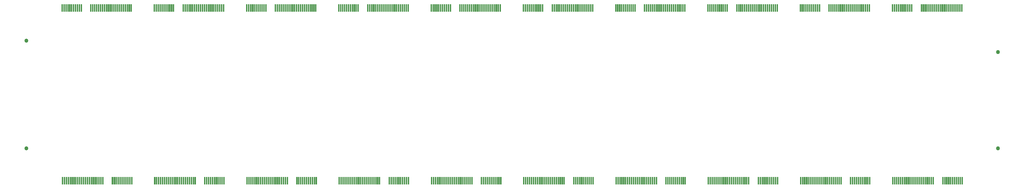
<source format=gbr>
*
%FSLAX24Y24*%
%MOIN*%
%ADD10R,0.013780X0.013780*%
%ADD11C,0.079921*%
%ADD12C,0.040551*%
%IPPOS*%
%LNm386940-gbp.GBR*%
%LPD*%
G54D10*
X013681Y000285D02*
Y000915D01*
X013484Y000285D02*
Y000915D01*
X013287Y000285D02*
Y000915D01*
X013090Y000285D02*
Y000915D01*
X012893Y000285D02*
Y000915D01*
X012697Y000285D02*
Y000915D01*
X012500Y000285D02*
Y000915D01*
X012303Y000285D02*
Y000915D01*
X012106Y000285D02*
Y000915D01*
X011909Y000285D02*
Y000915D01*
X011712Y000285D02*
Y000915D01*
X010728Y000285D02*
Y000915D01*
X010531Y000285D02*
Y000915D01*
X010334Y000285D02*
Y000915D01*
X010138Y000285D02*
Y000915D01*
X009942Y000285D02*
Y000915D01*
X009745Y000285D02*
Y000915D01*
X009548Y000285D02*
Y000915D01*
X009351Y000285D02*
Y000915D01*
X009154Y000285D02*
Y000915D01*
X008957Y000285D02*
Y000915D01*
X008761Y000285D02*
Y000915D01*
X008564Y000285D02*
Y000915D01*
X008367Y000285D02*
Y000915D01*
X008170Y000285D02*
Y000915D01*
X007973Y000285D02*
Y000915D01*
X007776Y000285D02*
Y000915D01*
X007579Y000285D02*
Y000915D01*
X007383Y000285D02*
Y000915D01*
X007186Y000285D02*
Y000915D01*
X006989Y000285D02*
Y000915D01*
X006792Y000285D02*
Y000915D01*
X006595Y000285D02*
Y000915D01*
X006555Y018613D02*
Y017983D01*
X006752Y018613D02*
Y017983D01*
X006949Y018613D02*
Y017983D01*
X007146Y018613D02*
Y017983D01*
X007343Y018613D02*
Y017983D01*
X007539Y018613D02*
Y017983D01*
X007736Y018613D02*
Y017983D01*
X007933Y018613D02*
Y017983D01*
X008130Y018613D02*
Y017983D01*
X008327Y018613D02*
Y017983D01*
X008524Y018613D02*
Y017983D01*
X009508Y018613D02*
Y017983D01*
X009705Y018613D02*
Y017983D01*
X009902Y018613D02*
Y017983D01*
X010098Y018613D02*
Y017983D01*
X010294Y018613D02*
Y017983D01*
X010491Y018613D02*
Y017983D01*
X010688Y018613D02*
Y017983D01*
X010885Y018613D02*
Y017983D01*
X011082Y018613D02*
Y017983D01*
X011279Y018613D02*
Y017983D01*
X011475Y018613D02*
Y017983D01*
X011672Y018613D02*
Y017983D01*
X011869Y018613D02*
Y017983D01*
X012066Y018613D02*
Y017983D01*
X012263Y018613D02*
Y017983D01*
X012460Y018613D02*
Y017983D01*
X012657Y018613D02*
Y017983D01*
X012853Y018613D02*
Y017983D01*
X013050Y018613D02*
Y017983D01*
X013247Y018613D02*
Y017983D01*
X013444Y018613D02*
Y017983D01*
X013641Y018613D02*
Y017983D01*
X023130Y000285D02*
Y000915D01*
X022933Y000285D02*
Y000915D01*
X022736Y000285D02*
Y000915D01*
X022539Y000285D02*
Y000915D01*
X022342Y000285D02*
Y000915D01*
X022146Y000285D02*
Y000915D01*
X021949Y000285D02*
Y000915D01*
X021752Y000285D02*
Y000915D01*
X021555Y000285D02*
Y000915D01*
X021358Y000285D02*
Y000915D01*
X021161Y000285D02*
Y000915D01*
X020177Y000285D02*
Y000915D01*
X019980Y000285D02*
Y000915D01*
X019783Y000285D02*
Y000915D01*
X019587Y000285D02*
Y000915D01*
X019391Y000285D02*
Y000915D01*
X019194Y000285D02*
Y000915D01*
X018997Y000285D02*
Y000915D01*
X018800Y000285D02*
Y000915D01*
X018603Y000285D02*
Y000915D01*
X018406Y000285D02*
Y000915D01*
X018210Y000285D02*
Y000915D01*
X018013Y000285D02*
Y000915D01*
X017816Y000285D02*
Y000915D01*
X017619Y000285D02*
Y000915D01*
X017422Y000285D02*
Y000915D01*
X017225Y000285D02*
Y000915D01*
X017028Y000285D02*
Y000915D01*
X016832Y000285D02*
Y000915D01*
X016635Y000285D02*
Y000915D01*
X016438Y000285D02*
Y000915D01*
X016241Y000285D02*
Y000915D01*
X016044Y000285D02*
Y000915D01*
X016004Y018613D02*
Y017983D01*
X016201Y018613D02*
Y017983D01*
X016398Y018613D02*
Y017983D01*
X016595Y018613D02*
Y017983D01*
X016792Y018613D02*
Y017983D01*
X016988Y018613D02*
Y017983D01*
X017185Y018613D02*
Y017983D01*
X017382Y018613D02*
Y017983D01*
X017579Y018613D02*
Y017983D01*
X017776Y018613D02*
Y017983D01*
X017973Y018613D02*
Y017983D01*
X018957Y018613D02*
Y017983D01*
X019154Y018613D02*
Y017983D01*
X019351Y018613D02*
Y017983D01*
X019547Y018613D02*
Y017983D01*
X019743Y018613D02*
Y017983D01*
X019940Y018613D02*
Y017983D01*
X020137Y018613D02*
Y017983D01*
X020334Y018613D02*
Y017983D01*
X020531Y018613D02*
Y017983D01*
X020728Y018613D02*
Y017983D01*
X020924Y018613D02*
Y017983D01*
X021121Y018613D02*
Y017983D01*
X021318Y018613D02*
Y017983D01*
X021515Y018613D02*
Y017983D01*
X021712Y018613D02*
Y017983D01*
X021909Y018613D02*
Y017983D01*
X022106Y018613D02*
Y017983D01*
X022302Y018613D02*
Y017983D01*
X022499Y018613D02*
Y017983D01*
X022696Y018613D02*
Y017983D01*
X022893Y018613D02*
Y017983D01*
X023090Y018613D02*
Y017983D01*
X032578Y000285D02*
Y000915D01*
X032381Y000285D02*
Y000915D01*
X032184Y000285D02*
Y000915D01*
X031987Y000285D02*
Y000915D01*
X031790Y000285D02*
Y000915D01*
X031594Y000285D02*
Y000915D01*
X031397Y000285D02*
Y000915D01*
X031200Y000285D02*
Y000915D01*
X031003Y000285D02*
Y000915D01*
X030806Y000285D02*
Y000915D01*
X030609Y000285D02*
Y000915D01*
X029625Y000285D02*
Y000915D01*
X029428Y000285D02*
Y000915D01*
X029231Y000285D02*
Y000915D01*
X029035Y000285D02*
Y000915D01*
X028839Y000285D02*
Y000915D01*
X028642Y000285D02*
Y000915D01*
X028445Y000285D02*
Y000915D01*
X028248Y000285D02*
Y000915D01*
X028051Y000285D02*
Y000915D01*
X027854Y000285D02*
Y000915D01*
X027658Y000285D02*
Y000915D01*
X027461Y000285D02*
Y000915D01*
X027264Y000285D02*
Y000915D01*
X027067Y000285D02*
Y000915D01*
X026870Y000285D02*
Y000915D01*
X026673Y000285D02*
Y000915D01*
X026476Y000285D02*
Y000915D01*
X026280Y000285D02*
Y000915D01*
X026083Y000285D02*
Y000915D01*
X025886Y000285D02*
Y000915D01*
X025689Y000285D02*
Y000915D01*
X025492Y000285D02*
Y000915D01*
X025453Y018613D02*
Y017983D01*
X025650Y018613D02*
Y017983D01*
X025847Y018613D02*
Y017983D01*
X026044Y018613D02*
Y017983D01*
X026241Y018613D02*
Y017983D01*
X026437Y018613D02*
Y017983D01*
X026634Y018613D02*
Y017983D01*
X026831Y018613D02*
Y017983D01*
X027028Y018613D02*
Y017983D01*
X027225Y018613D02*
Y017983D01*
X027422Y018613D02*
Y017983D01*
X028406Y018613D02*
Y017983D01*
X028603Y018613D02*
Y017983D01*
X028800Y018613D02*
Y017983D01*
X028996Y018613D02*
Y017983D01*
X029192Y018613D02*
Y017983D01*
X029389Y018613D02*
Y017983D01*
X029586Y018613D02*
Y017983D01*
X029783Y018613D02*
Y017983D01*
X029980Y018613D02*
Y017983D01*
X030177Y018613D02*
Y017983D01*
X030373Y018613D02*
Y017983D01*
X030570Y018613D02*
Y017983D01*
X030767Y018613D02*
Y017983D01*
X030964Y018613D02*
Y017983D01*
X031161Y018613D02*
Y017983D01*
X031358Y018613D02*
Y017983D01*
X031555Y018613D02*
Y017983D01*
X031751Y018613D02*
Y017983D01*
X031948Y018613D02*
Y017983D01*
X032145Y018613D02*
Y017983D01*
X032342Y018613D02*
Y017983D01*
X032539Y018613D02*
Y017983D01*
X042027Y000285D02*
Y000915D01*
X041830Y000285D02*
Y000915D01*
X041633Y000285D02*
Y000915D01*
X041436Y000285D02*
Y000915D01*
X041239Y000285D02*
Y000915D01*
X041043Y000285D02*
Y000915D01*
X040846Y000285D02*
Y000915D01*
X040649Y000285D02*
Y000915D01*
X040452Y000285D02*
Y000915D01*
X040255Y000285D02*
Y000915D01*
X040058Y000285D02*
Y000915D01*
X039074Y000285D02*
Y000915D01*
X038877Y000285D02*
Y000915D01*
X038680Y000285D02*
Y000915D01*
X038484Y000285D02*
Y000915D01*
X038288Y000285D02*
Y000915D01*
X038091Y000285D02*
Y000915D01*
X037894Y000285D02*
Y000915D01*
X037697Y000285D02*
Y000915D01*
X037500Y000285D02*
Y000915D01*
X037303Y000285D02*
Y000915D01*
X037107Y000285D02*
Y000915D01*
X036910Y000285D02*
Y000915D01*
X036713Y000285D02*
Y000915D01*
X036516Y000285D02*
Y000915D01*
X036319Y000285D02*
Y000915D01*
X036122Y000285D02*
Y000915D01*
X035925Y000285D02*
Y000915D01*
X035729Y000285D02*
Y000915D01*
X035532Y000285D02*
Y000915D01*
X035335Y000285D02*
Y000915D01*
X035138Y000285D02*
Y000915D01*
X034941Y000285D02*
Y000915D01*
X034902Y018613D02*
Y017983D01*
X035099Y018613D02*
Y017983D01*
X035296Y018613D02*
Y017983D01*
X035493Y018613D02*
Y017983D01*
X035690Y018613D02*
Y017983D01*
X035886Y018613D02*
Y017983D01*
X036083Y018613D02*
Y017983D01*
X036280Y018613D02*
Y017983D01*
X036477Y018613D02*
Y017983D01*
X036674Y018613D02*
Y017983D01*
X036871Y018613D02*
Y017983D01*
X037855Y018613D02*
Y017983D01*
X038052Y018613D02*
Y017983D01*
X038249Y018613D02*
Y017983D01*
X038445Y018613D02*
Y017983D01*
X038641Y018613D02*
Y017983D01*
X038838Y018613D02*
Y017983D01*
X039035Y018613D02*
Y017983D01*
X039232Y018613D02*
Y017983D01*
X039429Y018613D02*
Y017983D01*
X039626Y018613D02*
Y017983D01*
X039822Y018613D02*
Y017983D01*
X040019Y018613D02*
Y017983D01*
X040216Y018613D02*
Y017983D01*
X040413Y018613D02*
Y017983D01*
X040610Y018613D02*
Y017983D01*
X040807Y018613D02*
Y017983D01*
X041004Y018613D02*
Y017983D01*
X041200Y018613D02*
Y017983D01*
X041397Y018613D02*
Y017983D01*
X041594Y018613D02*
Y017983D01*
X041791Y018613D02*
Y017983D01*
X041988Y018613D02*
Y017983D01*
X051476Y000285D02*
Y000915D01*
X051279Y000285D02*
Y000915D01*
X051082Y000285D02*
Y000915D01*
X050885Y000285D02*
Y000915D01*
X050688Y000285D02*
Y000915D01*
X050492Y000285D02*
Y000915D01*
X050295Y000285D02*
Y000915D01*
X050098Y000285D02*
Y000915D01*
X049901Y000285D02*
Y000915D01*
X049704Y000285D02*
Y000915D01*
X049507Y000285D02*
Y000915D01*
X048523Y000285D02*
Y000915D01*
X048326Y000285D02*
Y000915D01*
X048129Y000285D02*
Y000915D01*
X047933Y000285D02*
Y000915D01*
X047737Y000285D02*
Y000915D01*
X047540Y000285D02*
Y000915D01*
X047343Y000285D02*
Y000915D01*
X047146Y000285D02*
Y000915D01*
X046949Y000285D02*
Y000915D01*
X046752Y000285D02*
Y000915D01*
X046556Y000285D02*
Y000915D01*
X046359Y000285D02*
Y000915D01*
X046162Y000285D02*
Y000915D01*
X045965Y000285D02*
Y000915D01*
X045768Y000285D02*
Y000915D01*
X045571Y000285D02*
Y000915D01*
X045374Y000285D02*
Y000915D01*
X045178Y000285D02*
Y000915D01*
X044981Y000285D02*
Y000915D01*
X044784Y000285D02*
Y000915D01*
X044587Y000285D02*
Y000915D01*
X044390Y000285D02*
Y000915D01*
X044351Y018613D02*
Y017983D01*
X044548Y018613D02*
Y017983D01*
X044745Y018613D02*
Y017983D01*
X044942Y018613D02*
Y017983D01*
X045139Y018613D02*
Y017983D01*
X045335Y018613D02*
Y017983D01*
X045532Y018613D02*
Y017983D01*
X045729Y018613D02*
Y017983D01*
X045926Y018613D02*
Y017983D01*
X046123Y018613D02*
Y017983D01*
X046320Y018613D02*
Y017983D01*
X047304Y018613D02*
Y017983D01*
X047501Y018613D02*
Y017983D01*
X047698Y018613D02*
Y017983D01*
X047894Y018613D02*
Y017983D01*
X048090Y018613D02*
Y017983D01*
X048287Y018613D02*
Y017983D01*
X048484Y018613D02*
Y017983D01*
X048681Y018613D02*
Y017983D01*
X048878Y018613D02*
Y017983D01*
X049075Y018613D02*
Y017983D01*
X049271Y018613D02*
Y017983D01*
X049468Y018613D02*
Y017983D01*
X049665Y018613D02*
Y017983D01*
X049862Y018613D02*
Y017983D01*
X050059Y018613D02*
Y017983D01*
X050256Y018613D02*
Y017983D01*
X050453Y018613D02*
Y017983D01*
X050649Y018613D02*
Y017983D01*
X050846Y018613D02*
Y017983D01*
X051043Y018613D02*
Y017983D01*
X051240Y018613D02*
Y017983D01*
X051437Y018613D02*
Y017983D01*
X060925Y000285D02*
Y000915D01*
X060728Y000285D02*
Y000915D01*
X060531Y000285D02*
Y000915D01*
X060334Y000285D02*
Y000915D01*
X060137Y000285D02*
Y000915D01*
X059941Y000285D02*
Y000915D01*
X059744Y000285D02*
Y000915D01*
X059547Y000285D02*
Y000915D01*
X059350Y000285D02*
Y000915D01*
X059153Y000285D02*
Y000915D01*
X058956Y000285D02*
Y000915D01*
X057972Y000285D02*
Y000915D01*
X057775Y000285D02*
Y000915D01*
X057578Y000285D02*
Y000915D01*
X057382Y000285D02*
Y000915D01*
X057186Y000285D02*
Y000915D01*
X056989Y000285D02*
Y000915D01*
X056792Y000285D02*
Y000915D01*
X056595Y000285D02*
Y000915D01*
X056398Y000285D02*
Y000915D01*
X056201Y000285D02*
Y000915D01*
X056005Y000285D02*
Y000915D01*
X055808Y000285D02*
Y000915D01*
X055611Y000285D02*
Y000915D01*
X055414Y000285D02*
Y000915D01*
X055217Y000285D02*
Y000915D01*
X055020Y000285D02*
Y000915D01*
X054823Y000285D02*
Y000915D01*
X054627Y000285D02*
Y000915D01*
X054430Y000285D02*
Y000915D01*
X054233Y000285D02*
Y000915D01*
X054036Y000285D02*
Y000915D01*
X053839Y000285D02*
Y000915D01*
X053800Y018613D02*
Y017983D01*
X053997Y018613D02*
Y017983D01*
X054194Y018613D02*
Y017983D01*
X054391Y018613D02*
Y017983D01*
X054588Y018613D02*
Y017983D01*
X054784Y018613D02*
Y017983D01*
X054981Y018613D02*
Y017983D01*
X055178Y018613D02*
Y017983D01*
X055375Y018613D02*
Y017983D01*
X055572Y018613D02*
Y017983D01*
X055769Y018613D02*
Y017983D01*
X056753Y018613D02*
Y017983D01*
X056950Y018613D02*
Y017983D01*
X057147Y018613D02*
Y017983D01*
X057343Y018613D02*
Y017983D01*
X057539Y018613D02*
Y017983D01*
X057736Y018613D02*
Y017983D01*
X057933Y018613D02*
Y017983D01*
X058130Y018613D02*
Y017983D01*
X058327Y018613D02*
Y017983D01*
X058524Y018613D02*
Y017983D01*
X058720Y018613D02*
Y017983D01*
X058917Y018613D02*
Y017983D01*
X059114Y018613D02*
Y017983D01*
X059311Y018613D02*
Y017983D01*
X059508Y018613D02*
Y017983D01*
X059705Y018613D02*
Y017983D01*
X059902Y018613D02*
Y017983D01*
X060098Y018613D02*
Y017983D01*
X060295Y018613D02*
Y017983D01*
X060492Y018613D02*
Y017983D01*
X060689Y018613D02*
Y017983D01*
X060886Y018613D02*
Y017983D01*
X070374Y000285D02*
Y000915D01*
X070177Y000285D02*
Y000915D01*
X069980Y000285D02*
Y000915D01*
X069783Y000285D02*
Y000915D01*
X069586Y000285D02*
Y000915D01*
X069390Y000285D02*
Y000915D01*
X069193Y000285D02*
Y000915D01*
X068996Y000285D02*
Y000915D01*
X068799Y000285D02*
Y000915D01*
X068602Y000285D02*
Y000915D01*
X068405Y000285D02*
Y000915D01*
X067421Y000285D02*
Y000915D01*
X067224Y000285D02*
Y000915D01*
X067027Y000285D02*
Y000915D01*
X066831Y000285D02*
Y000915D01*
X066635Y000285D02*
Y000915D01*
X066438Y000285D02*
Y000915D01*
X066241Y000285D02*
Y000915D01*
X066044Y000285D02*
Y000915D01*
X065847Y000285D02*
Y000915D01*
X065650Y000285D02*
Y000915D01*
X065454Y000285D02*
Y000915D01*
X065257Y000285D02*
Y000915D01*
X065060Y000285D02*
Y000915D01*
X064863Y000285D02*
Y000915D01*
X064666Y000285D02*
Y000915D01*
X064469Y000285D02*
Y000915D01*
X064272Y000285D02*
Y000915D01*
X064076Y000285D02*
Y000915D01*
X063879Y000285D02*
Y000915D01*
X063682Y000285D02*
Y000915D01*
X063485Y000285D02*
Y000915D01*
X063288Y000285D02*
Y000915D01*
X063248Y018613D02*
Y017983D01*
X063445Y018613D02*
Y017983D01*
X063642Y018613D02*
Y017983D01*
X063839Y018613D02*
Y017983D01*
X064036Y018613D02*
Y017983D01*
X064232Y018613D02*
Y017983D01*
X064429Y018613D02*
Y017983D01*
X064626Y018613D02*
Y017983D01*
X064823Y018613D02*
Y017983D01*
X065020Y018613D02*
Y017983D01*
X065217Y018613D02*
Y017983D01*
X066201Y018613D02*
Y017983D01*
X066398Y018613D02*
Y017983D01*
X066595Y018613D02*
Y017983D01*
X066791Y018613D02*
Y017983D01*
X066987Y018613D02*
Y017983D01*
X067184Y018613D02*
Y017983D01*
X067381Y018613D02*
Y017983D01*
X067578Y018613D02*
Y017983D01*
X067775Y018613D02*
Y017983D01*
X067972Y018613D02*
Y017983D01*
X068168Y018613D02*
Y017983D01*
X068365Y018613D02*
Y017983D01*
X068562Y018613D02*
Y017983D01*
X068759Y018613D02*
Y017983D01*
X068956Y018613D02*
Y017983D01*
X069153Y018613D02*
Y017983D01*
X069350Y018613D02*
Y017983D01*
X069546Y018613D02*
Y017983D01*
X069743Y018613D02*
Y017983D01*
X069940Y018613D02*
Y017983D01*
X070137Y018613D02*
Y017983D01*
X070334Y018613D02*
Y017983D01*
X079823Y000285D02*
Y000915D01*
X079626Y000285D02*
Y000915D01*
X079429Y000285D02*
Y000915D01*
X079232Y000285D02*
Y000915D01*
X079035Y000285D02*
Y000915D01*
X078839Y000285D02*
Y000915D01*
X078642Y000285D02*
Y000915D01*
X078445Y000285D02*
Y000915D01*
X078248Y000285D02*
Y000915D01*
X078051Y000285D02*
Y000915D01*
X077854Y000285D02*
Y000915D01*
X076870Y000285D02*
Y000915D01*
X076673Y000285D02*
Y000915D01*
X076476Y000285D02*
Y000915D01*
X076280Y000285D02*
Y000915D01*
X076084Y000285D02*
Y000915D01*
X075887Y000285D02*
Y000915D01*
X075690Y000285D02*
Y000915D01*
X075493Y000285D02*
Y000915D01*
X075296Y000285D02*
Y000915D01*
X075099Y000285D02*
Y000915D01*
X074903Y000285D02*
Y000915D01*
X074706Y000285D02*
Y000915D01*
X074509Y000285D02*
Y000915D01*
X074312Y000285D02*
Y000915D01*
X074115Y000285D02*
Y000915D01*
X073918Y000285D02*
Y000915D01*
X073721Y000285D02*
Y000915D01*
X073525Y000285D02*
Y000915D01*
X073328Y000285D02*
Y000915D01*
X073131Y000285D02*
Y000915D01*
X072934Y000285D02*
Y000915D01*
X072737Y000285D02*
Y000915D01*
X072697Y018613D02*
Y017983D01*
X072894Y018613D02*
Y017983D01*
X073091Y018613D02*
Y017983D01*
X073288Y018613D02*
Y017983D01*
X073485Y018613D02*
Y017983D01*
X073681Y018613D02*
Y017983D01*
X073878Y018613D02*
Y017983D01*
X074075Y018613D02*
Y017983D01*
X074272Y018613D02*
Y017983D01*
X074469Y018613D02*
Y017983D01*
X074666Y018613D02*
Y017983D01*
X075650Y018613D02*
Y017983D01*
X075847Y018613D02*
Y017983D01*
X076044Y018613D02*
Y017983D01*
X076240Y018613D02*
Y017983D01*
X076436Y018613D02*
Y017983D01*
X076633Y018613D02*
Y017983D01*
X076830Y018613D02*
Y017983D01*
X077027Y018613D02*
Y017983D01*
X077224Y018613D02*
Y017983D01*
X077421Y018613D02*
Y017983D01*
X077617Y018613D02*
Y017983D01*
X077814Y018613D02*
Y017983D01*
X078011Y018613D02*
Y017983D01*
X078208Y018613D02*
Y017983D01*
X078405Y018613D02*
Y017983D01*
X078602Y018613D02*
Y017983D01*
X078799Y018613D02*
Y017983D01*
X078995Y018613D02*
Y017983D01*
X079192Y018613D02*
Y017983D01*
X079389Y018613D02*
Y017983D01*
X079586Y018613D02*
Y017983D01*
X079783Y018613D02*
Y017983D01*
X089271Y000285D02*
Y000915D01*
X089074Y000285D02*
Y000915D01*
X088877Y000285D02*
Y000915D01*
X088680Y000285D02*
Y000915D01*
X088483Y000285D02*
Y000915D01*
X088287Y000285D02*
Y000915D01*
X088090Y000285D02*
Y000915D01*
X087893Y000285D02*
Y000915D01*
X087696Y000285D02*
Y000915D01*
X087499Y000285D02*
Y000915D01*
X087302Y000285D02*
Y000915D01*
X086318Y000285D02*
Y000915D01*
X086121Y000285D02*
Y000915D01*
X085924Y000285D02*
Y000915D01*
X085728Y000285D02*
Y000915D01*
X085532Y000285D02*
Y000915D01*
X085335Y000285D02*
Y000915D01*
X085138Y000285D02*
Y000915D01*
X084941Y000285D02*
Y000915D01*
X084744Y000285D02*
Y000915D01*
X084547Y000285D02*
Y000915D01*
X084351Y000285D02*
Y000915D01*
X084154Y000285D02*
Y000915D01*
X083957Y000285D02*
Y000915D01*
X083760Y000285D02*
Y000915D01*
X083563Y000285D02*
Y000915D01*
X083366Y000285D02*
Y000915D01*
X083169Y000285D02*
Y000915D01*
X082973Y000285D02*
Y000915D01*
X082776Y000285D02*
Y000915D01*
X082579Y000285D02*
Y000915D01*
X082382Y000285D02*
Y000915D01*
X082185Y000285D02*
Y000915D01*
X082146Y018613D02*
Y017983D01*
X082343Y018613D02*
Y017983D01*
X082540Y018613D02*
Y017983D01*
X082737Y018613D02*
Y017983D01*
X082934Y018613D02*
Y017983D01*
X083130Y018613D02*
Y017983D01*
X083327Y018613D02*
Y017983D01*
X083524Y018613D02*
Y017983D01*
X083721Y018613D02*
Y017983D01*
X083918Y018613D02*
Y017983D01*
X084115Y018613D02*
Y017983D01*
X085099Y018613D02*
Y017983D01*
X085296Y018613D02*
Y017983D01*
X085493Y018613D02*
Y017983D01*
X085689Y018613D02*
Y017983D01*
X085885Y018613D02*
Y017983D01*
X086082Y018613D02*
Y017983D01*
X086279Y018613D02*
Y017983D01*
X086476Y018613D02*
Y017983D01*
X086673Y018613D02*
Y017983D01*
X086870Y018613D02*
Y017983D01*
X087066Y018613D02*
Y017983D01*
X087263Y018613D02*
Y017983D01*
X087460Y018613D02*
Y017983D01*
X087657Y018613D02*
Y017983D01*
X087854Y018613D02*
Y017983D01*
X088051Y018613D02*
Y017983D01*
X088248Y018613D02*
Y017983D01*
X088444Y018613D02*
Y017983D01*
X088641Y018613D02*
Y017983D01*
X088838Y018613D02*
Y017983D01*
X089035Y018613D02*
Y017983D01*
X089232Y018613D02*
Y017983D01*
X098720Y000285D02*
Y000915D01*
X098523Y000285D02*
Y000915D01*
X098326Y000285D02*
Y000915D01*
X098129Y000285D02*
Y000915D01*
X097932Y000285D02*
Y000915D01*
X097736Y000285D02*
Y000915D01*
X097539Y000285D02*
Y000915D01*
X097342Y000285D02*
Y000915D01*
X097145Y000285D02*
Y000915D01*
X096948Y000285D02*
Y000915D01*
X096751Y000285D02*
Y000915D01*
X095767Y000285D02*
Y000915D01*
X095570Y000285D02*
Y000915D01*
X095373Y000285D02*
Y000915D01*
X095177Y000285D02*
Y000915D01*
X094981Y000285D02*
Y000915D01*
X094784Y000285D02*
Y000915D01*
X094587Y000285D02*
Y000915D01*
X094390Y000285D02*
Y000915D01*
X094193Y000285D02*
Y000915D01*
X093996Y000285D02*
Y000915D01*
X093800Y000285D02*
Y000915D01*
X093603Y000285D02*
Y000915D01*
X093406Y000285D02*
Y000915D01*
X093209Y000285D02*
Y000915D01*
X093012Y000285D02*
Y000915D01*
X092815Y000285D02*
Y000915D01*
X092618Y000285D02*
Y000915D01*
X092422Y000285D02*
Y000915D01*
X092225Y000285D02*
Y000915D01*
X092028Y000285D02*
Y000915D01*
X091831Y000285D02*
Y000915D01*
X091634Y000285D02*
Y000915D01*
X091595Y018613D02*
Y017983D01*
X091792Y018613D02*
Y017983D01*
X091989Y018613D02*
Y017983D01*
X092186Y018613D02*
Y017983D01*
X092383Y018613D02*
Y017983D01*
X092579Y018613D02*
Y017983D01*
X092776Y018613D02*
Y017983D01*
X092973Y018613D02*
Y017983D01*
X093170Y018613D02*
Y017983D01*
X093367Y018613D02*
Y017983D01*
X093564Y018613D02*
Y017983D01*
X094548Y018613D02*
Y017983D01*
X094745Y018613D02*
Y017983D01*
X094942Y018613D02*
Y017983D01*
X095138Y018613D02*
Y017983D01*
X095334Y018613D02*
Y017983D01*
X095531Y018613D02*
Y017983D01*
X095728Y018613D02*
Y017983D01*
X095925Y018613D02*
Y017983D01*
X096122Y018613D02*
Y017983D01*
X096319Y018613D02*
Y017983D01*
X096515Y018613D02*
Y017983D01*
X096712Y018613D02*
Y017983D01*
X096909Y018613D02*
Y017983D01*
X097106Y018613D02*
Y017983D01*
X097303Y018613D02*
Y017983D01*
X097500Y018613D02*
Y017983D01*
X097697Y018613D02*
Y017983D01*
X097893Y018613D02*
Y017983D01*
X098090Y018613D02*
Y017983D01*
X098287Y018613D02*
Y017983D01*
X098484Y018613D02*
Y017983D01*
X098681Y018613D02*
Y017983D01*
%LPC*%
X098681Y017983D02*
G54D11*
X002894Y014961D03*
X102382Y013780D03*
X002894Y003937D03*
X102382D03*
%LPD*%
X102382Y003937D02*
G54D12*
X002894Y014961D03*
X102382Y013780D03*
X002894Y003937D03*
X102382D03*
M02*

</source>
